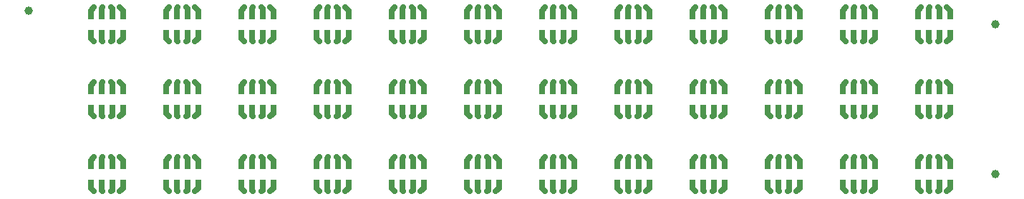
<source format=gbr>
G04 start of page 3 for group 1 idx 1 *
G04 Title: (unknown), bottom *
G04 Creator: pcb 4.0.2 *
G04 CreationDate: Thu Oct 28 15:19:50 2021 UTC *
G04 For: ndholmes *
G04 Format: Gerber/RS-274X *
G04 PCB-Dimensions (mil): 4900.00 1150.00 *
G04 PCB-Coordinate-Origin: lower left *
%MOIN*%
%FSLAX25Y25*%
%LNBOTTOM*%
%ADD20C,0.0130*%
%ADD19C,0.0270*%
%ADD18C,0.0001*%
%ADD17C,0.0394*%
%ADD16C,0.0250*%
G54D16*X198500Y84500D02*X200000Y86000D01*
Y87900D02*Y86000D01*
X194500Y84500D02*X195000Y85000D01*
Y87900D02*Y85000D01*
X190500Y84500D02*X190000Y85000D01*
Y87900D02*Y85000D01*
X229500Y84500D02*X230000Y85000D01*
X225500Y84500D02*X225000Y85000D01*
Y87900D02*Y85000D01*
X221500Y84500D02*X220000Y86000D01*
Y87900D02*Y86000D01*
X186500Y100500D02*X185000Y99000D01*
Y97100D01*
X190500Y100500D02*X190000Y100000D01*
X194500Y100500D02*X195000Y100000D01*
Y97100D01*
X198500Y100500D02*X200000Y99000D01*
Y97100D01*
X190000Y100000D02*Y97100D01*
X233500Y84500D02*X235000Y86000D01*
Y87900D02*Y86000D01*
X230000Y87900D02*Y85000D01*
X256500Y84500D02*X255000Y86000D01*
Y87900D02*Y86000D01*
X221500Y100500D02*X220000Y99000D01*
Y97100D01*
X225500Y100500D02*X225000Y100000D01*
Y97100D01*
X229500Y100500D02*X230000Y100000D01*
Y97100D01*
X233500Y100500D02*X235000Y99000D01*
Y97100D01*
X268500Y84500D02*X270000Y86000D01*
Y87900D02*Y86000D01*
X264500Y84500D02*X265000Y85000D01*
Y87900D02*Y85000D01*
X260500Y84500D02*X260000Y85000D01*
Y87900D02*Y85000D01*
X299500Y84500D02*X300000Y85000D01*
X295500Y84500D02*X295000Y85000D01*
Y87900D02*Y85000D01*
X291500Y84500D02*X290000Y86000D01*
Y87900D02*Y86000D01*
X256500Y100500D02*X255000Y99000D01*
Y97100D01*
X260500Y100500D02*X260000Y100000D01*
X264500Y100500D02*X265000Y100000D01*
Y97100D01*
X268500Y100500D02*X270000Y99000D01*
Y97100D01*
X260000Y100000D02*Y97100D01*
X303500Y84500D02*X305000Y86000D01*
Y87900D02*Y86000D01*
X300000Y87900D02*Y85000D01*
X326500Y84500D02*X325000Y86000D01*
Y87900D02*Y86000D01*
X291500Y100500D02*X290000Y99000D01*
Y97100D01*
X295500Y100500D02*X295000Y100000D01*
Y97100D01*
X299500Y100500D02*X300000Y100000D01*
Y97100D01*
X303500Y100500D02*X305000Y99000D01*
Y97100D01*
X338500Y84500D02*X340000Y86000D01*
Y87900D02*Y86000D01*
X334500Y84500D02*X335000Y85000D01*
Y87900D02*Y85000D01*
X330500Y84500D02*X330000Y85000D01*
Y87900D02*Y85000D01*
X369500Y84500D02*X370000Y85000D01*
X365500Y84500D02*X365000Y85000D01*
Y87900D02*Y85000D01*
X361500Y84500D02*X360000Y86000D01*
Y87900D02*Y86000D01*
X326500Y100500D02*X325000Y99000D01*
Y97100D01*
X330500Y100500D02*X330000Y100000D01*
X334500Y100500D02*X335000Y100000D01*
Y97100D01*
X338500Y100500D02*X340000Y99000D01*
Y97100D01*
X330000Y100000D02*Y97100D01*
X373500Y84500D02*X375000Y86000D01*
Y87900D02*Y86000D01*
X370000Y87900D02*Y85000D01*
X396500Y84500D02*X395000Y86000D01*
Y87900D02*Y86000D01*
X361500Y100500D02*X360000Y99000D01*
Y97100D01*
X365500Y100500D02*X365000Y100000D01*
Y97100D01*
X369500Y100500D02*X370000Y100000D01*
Y97100D01*
X373500Y100500D02*X375000Y99000D01*
Y97100D01*
X408500Y84500D02*X410000Y86000D01*
Y87900D02*Y86000D01*
X404500Y84500D02*X405000Y85000D01*
Y87900D02*Y85000D01*
X400500Y84500D02*X400000Y85000D01*
Y87900D02*Y85000D01*
X443500Y84500D02*X445000Y86000D01*
Y87900D02*Y86000D01*
X439500Y84500D02*X440000Y85000D01*
Y87900D02*Y85000D01*
X435500Y84500D02*X435000Y85000D01*
Y87900D02*Y85000D01*
X431500Y84500D02*X430000Y86000D01*
Y87900D02*Y86000D01*
X396500Y100500D02*X395000Y99000D01*
Y97100D01*
X400500Y100500D02*X400000Y100000D01*
X404500Y100500D02*X405000Y100000D01*
Y97100D01*
X408500Y100500D02*X410000Y99000D01*
Y97100D01*
X400000Y100000D02*Y97100D01*
X431500Y100500D02*X430000Y99000D01*
Y97100D01*
X435500Y100500D02*X435000Y100000D01*
Y97100D01*
X439500Y100500D02*X440000Y100000D01*
Y97100D01*
X443500Y100500D02*X445000Y99000D01*
Y97100D01*
X128500Y84500D02*X130000Y86000D01*
Y87900D02*Y86000D01*
X124500Y84500D02*X125000Y85000D01*
Y87900D02*Y85000D01*
X120500Y84500D02*X120000Y85000D01*
Y87900D02*Y85000D01*
X116500Y84500D02*X115000Y86000D01*
Y87900D02*Y86000D01*
X159500Y84500D02*X160000Y85000D01*
X155500Y84500D02*X155000Y85000D01*
Y87900D02*Y85000D01*
X151500Y84500D02*X150000Y86000D01*
Y87900D02*Y86000D01*
X116500Y100500D02*X115000Y99000D01*
Y97100D01*
X120500Y100500D02*X120000Y100000D01*
X124500Y100500D02*X125000Y100000D01*
Y97100D01*
X128500Y100500D02*X130000Y99000D01*
Y97100D01*
X120000Y100000D02*Y97100D01*
X163500Y84500D02*X165000Y86000D01*
Y87900D02*Y86000D01*
X160000Y87900D02*Y85000D01*
X186500Y84500D02*X185000Y86000D01*
Y87900D02*Y86000D01*
X151500Y100500D02*X150000Y99000D01*
Y97100D01*
X155500Y100500D02*X155000Y100000D01*
Y97100D01*
X159500Y100500D02*X160000Y100000D01*
Y97100D01*
X163500Y100500D02*X165000Y99000D01*
Y97100D01*
X93500Y84500D02*X95000Y86000D01*
Y87900D02*Y86000D01*
X89500Y84500D02*X90000Y85000D01*
Y87900D02*Y85000D01*
X85500Y84500D02*X85000Y85000D01*
Y87900D02*Y85000D01*
X81500Y84500D02*X80000Y86000D01*
Y87900D02*Y86000D01*
X50500Y84500D02*X50000Y85000D01*
Y87900D02*Y85000D01*
X46500Y84500D02*X45000Y86000D01*
Y87900D02*Y86000D01*
X58500Y84500D02*X60000Y86000D01*
Y87900D02*Y86000D01*
X54500Y84500D02*X55000Y85000D01*
Y87900D02*Y85000D01*
X46500Y100500D02*X45000Y99000D01*
Y97100D01*
X50500Y100500D02*X50000Y100000D01*
X54500Y100500D02*X55000Y100000D01*
Y97100D01*
X58500Y100500D02*X60000Y99000D01*
Y97100D01*
X50000Y100000D02*Y97100D01*
X81500Y100500D02*X80000Y99000D01*
Y97100D01*
X85500Y100500D02*X85000Y100000D01*
Y97100D01*
X89500Y100500D02*X90000Y100000D01*
Y97100D01*
X93500Y100500D02*X95000Y99000D01*
Y97100D01*
X58500Y49500D02*X60000Y51000D01*
Y52900D02*Y51000D01*
X54500Y49500D02*X55000Y50000D01*
Y52900D02*Y50000D01*
X50500Y49500D02*X50000Y50000D01*
Y52900D02*Y50000D01*
X46500Y49500D02*X45000Y51000D01*
Y52900D02*Y51000D01*
X46500Y65500D02*X45000Y64000D01*
Y62100D01*
X50500Y65500D02*X50000Y65000D01*
Y62100D01*
X54500Y65500D02*X55000Y65000D01*
Y62100D01*
X58500Y65500D02*X60000Y64000D01*
Y62100D01*
X58500Y14500D02*X60000Y16000D01*
Y17900D02*Y16000D01*
X54500Y14500D02*X55000Y15000D01*
Y17900D02*Y15000D01*
X50500Y14500D02*X50000Y15000D01*
Y17900D02*Y15000D01*
X46500Y14500D02*X45000Y16000D01*
Y17900D02*Y16000D01*
X46500Y30500D02*X45000Y29000D01*
Y27100D01*
X50500Y30500D02*X50000Y30000D01*
X54500Y30500D02*X55000Y30000D01*
Y27100D01*
X58500Y30500D02*X60000Y29000D01*
Y27100D01*
X50000Y30000D02*Y27100D01*
X93500Y49500D02*X95000Y51000D01*
Y52900D02*Y51000D01*
X89500Y49500D02*X90000Y50000D01*
Y52900D02*Y50000D01*
X85500Y49500D02*X85000Y50000D01*
Y52900D02*Y50000D01*
X81500Y49500D02*X80000Y51000D01*
Y52900D02*Y51000D01*
X124500Y49500D02*X125000Y50000D01*
X120500Y49500D02*X120000Y50000D01*
Y52900D02*Y50000D01*
X116500Y49500D02*X115000Y51000D01*
Y52900D02*Y51000D01*
X81500Y65500D02*X80000Y64000D01*
Y62100D01*
X85500Y65500D02*X85000Y65000D01*
X89500Y65500D02*X90000Y65000D01*
Y62100D01*
X93500Y65500D02*X95000Y64000D01*
Y62100D01*
X85000Y65000D02*Y62100D01*
X93500Y14500D02*X95000Y16000D01*
Y17900D02*Y16000D01*
X89500Y14500D02*X90000Y15000D01*
Y17900D02*Y15000D01*
X85500Y14500D02*X85000Y15000D01*
Y17900D02*Y15000D01*
X81500Y14500D02*X80000Y16000D01*
Y17900D02*Y16000D01*
X81500Y30500D02*X80000Y29000D01*
Y27100D01*
X85500Y30500D02*X85000Y30000D01*
Y27100D01*
X89500Y30500D02*X90000Y30000D01*
Y27100D01*
X93500Y30500D02*X95000Y29000D01*
Y27100D01*
X198500Y49500D02*X200000Y51000D01*
Y52900D02*Y51000D01*
X195000Y52900D02*Y50000D01*
X221500Y49500D02*X220000Y51000D01*
Y52900D02*Y51000D01*
X186500Y65500D02*X185000Y64000D01*
Y62100D01*
X190500Y65500D02*X190000Y65000D01*
Y62100D01*
X194500Y65500D02*X195000Y65000D01*
Y62100D01*
X198500Y65500D02*X200000Y64000D01*
Y62100D01*
X233500Y49500D02*X235000Y51000D01*
Y52900D02*Y51000D01*
X229500Y49500D02*X230000Y50000D01*
Y52900D02*Y50000D01*
X225500Y49500D02*X225000Y50000D01*
Y52900D02*Y50000D01*
X264500Y49500D02*X265000Y50000D01*
X260500Y49500D02*X260000Y50000D01*
Y52900D02*Y50000D01*
X256500Y49500D02*X255000Y51000D01*
Y52900D02*Y51000D01*
X221500Y65500D02*X220000Y64000D01*
Y62100D01*
X225500Y65500D02*X225000Y65000D01*
X229500Y65500D02*X230000Y65000D01*
Y62100D01*
X233500Y65500D02*X235000Y64000D01*
Y62100D01*
X225000Y65000D02*Y62100D01*
X268500Y49500D02*X270000Y51000D01*
Y52900D02*Y51000D01*
X265000Y52900D02*Y50000D01*
X291500Y49500D02*X290000Y51000D01*
Y52900D02*Y51000D01*
X256500Y65500D02*X255000Y64000D01*
Y62100D01*
X260500Y65500D02*X260000Y65000D01*
Y62100D01*
X264500Y65500D02*X265000Y65000D01*
Y62100D01*
X268500Y65500D02*X270000Y64000D01*
Y62100D01*
X303500Y49500D02*X305000Y51000D01*
Y52900D02*Y51000D01*
X299500Y49500D02*X300000Y50000D01*
Y52900D02*Y50000D01*
X295500Y49500D02*X295000Y50000D01*
Y52900D02*Y50000D01*
X334500Y49500D02*X335000Y50000D01*
X330500Y49500D02*X330000Y50000D01*
Y52900D02*Y50000D01*
X326500Y49500D02*X325000Y51000D01*
Y52900D02*Y51000D01*
X291500Y65500D02*X290000Y64000D01*
Y62100D01*
X295500Y65500D02*X295000Y65000D01*
X299500Y65500D02*X300000Y65000D01*
Y62100D01*
X303500Y65500D02*X305000Y64000D01*
Y62100D01*
X295000Y65000D02*Y62100D01*
X338500Y49500D02*X340000Y51000D01*
Y52900D02*Y51000D01*
X335000Y52900D02*Y50000D01*
X361500Y49500D02*X360000Y51000D01*
Y52900D02*Y51000D01*
X326500Y65500D02*X325000Y64000D01*
Y62100D01*
X330500Y65500D02*X330000Y65000D01*
Y62100D01*
X334500Y65500D02*X335000Y65000D01*
Y62100D01*
X338500Y65500D02*X340000Y64000D01*
Y62100D01*
X373500Y49500D02*X375000Y51000D01*
Y52900D02*Y51000D01*
X369500Y49500D02*X370000Y50000D01*
Y52900D02*Y50000D01*
X365500Y49500D02*X365000Y50000D01*
Y52900D02*Y50000D01*
X404500Y49500D02*X405000Y50000D01*
X400500Y49500D02*X400000Y50000D01*
Y52900D02*Y50000D01*
X396500Y49500D02*X395000Y51000D01*
Y52900D02*Y51000D01*
X361500Y65500D02*X360000Y64000D01*
Y62100D01*
X365500Y65500D02*X365000Y65000D01*
X369500Y65500D02*X370000Y65000D01*
Y62100D01*
X373500Y65500D02*X375000Y64000D01*
Y62100D01*
X365000Y65000D02*Y62100D01*
X408500Y49500D02*X410000Y51000D01*
Y52900D02*Y51000D01*
X405000Y52900D02*Y50000D01*
X443500Y49500D02*X445000Y51000D01*
Y52900D02*Y51000D01*
X439500Y49500D02*X440000Y50000D01*
Y52900D02*Y50000D01*
X435500Y49500D02*X435000Y50000D01*
Y52900D02*Y50000D01*
X431500Y49500D02*X430000Y51000D01*
Y52900D02*Y51000D01*
X396500Y65500D02*X395000Y64000D01*
Y62100D01*
X400500Y65500D02*X400000Y65000D01*
Y62100D01*
X404500Y65500D02*X405000Y65000D01*
Y62100D01*
X408500Y65500D02*X410000Y64000D01*
Y62100D01*
X431500Y65500D02*X430000Y64000D01*
Y62100D01*
X435500Y65500D02*X435000Y65000D01*
X439500Y65500D02*X440000Y65000D01*
Y62100D01*
X443500Y65500D02*X445000Y64000D01*
Y62100D01*
X435000Y65000D02*Y62100D01*
X128500Y49500D02*X130000Y51000D01*
Y52900D02*Y51000D01*
X125000Y52900D02*Y50000D01*
X151500Y49500D02*X150000Y51000D01*
Y52900D02*Y51000D01*
X116500Y65500D02*X115000Y64000D01*
Y62100D01*
X120500Y65500D02*X120000Y65000D01*
Y62100D01*
X124500Y65500D02*X125000Y65000D01*
Y62100D01*
X128500Y65500D02*X130000Y64000D01*
Y62100D01*
X163500Y49500D02*X165000Y51000D01*
Y52900D02*Y51000D01*
X159500Y49500D02*X160000Y50000D01*
Y52900D02*Y50000D01*
X155500Y49500D02*X155000Y50000D01*
Y52900D02*Y50000D01*
X194500Y49500D02*X195000Y50000D01*
X190500Y49500D02*X190000Y50000D01*
Y52900D02*Y50000D01*
X186500Y49500D02*X185000Y51000D01*
Y52900D02*Y51000D01*
X151500Y65500D02*X150000Y64000D01*
Y62100D01*
X155500Y65500D02*X155000Y65000D01*
X159500Y65500D02*X160000Y65000D01*
Y62100D01*
X163500Y65500D02*X165000Y64000D01*
Y62100D01*
X155000Y65000D02*Y62100D01*
X128500Y14500D02*X130000Y16000D01*
Y17900D02*Y16000D01*
X124500Y14500D02*X125000Y15000D01*
Y17900D02*Y15000D01*
X120500Y14500D02*X120000Y15000D01*
Y17900D02*Y15000D01*
X116500Y14500D02*X115000Y16000D01*
Y17900D02*Y16000D01*
X159500Y14500D02*X160000Y15000D01*
X155500Y14500D02*X155000Y15000D01*
Y17900D02*Y15000D01*
X151500Y14500D02*X150000Y16000D01*
Y17900D02*Y16000D01*
X116500Y30500D02*X115000Y29000D01*
Y27100D01*
X120500Y30500D02*X120000Y30000D01*
X124500Y30500D02*X125000Y30000D01*
Y27100D01*
X128500Y30500D02*X130000Y29000D01*
Y27100D01*
X120000Y30000D02*Y27100D01*
X163500Y14500D02*X165000Y16000D01*
Y17900D02*Y16000D01*
X160000Y17900D02*Y15000D01*
X186500Y14500D02*X185000Y16000D01*
Y17900D02*Y16000D01*
X151500Y30500D02*X150000Y29000D01*
Y27100D01*
X155500Y30500D02*X155000Y30000D01*
Y27100D01*
X159500Y30500D02*X160000Y30000D01*
Y27100D01*
X163500Y30500D02*X165000Y29000D01*
Y27100D01*
X198500Y14500D02*X200000Y16000D01*
Y17900D02*Y16000D01*
X194500Y14500D02*X195000Y15000D01*
Y17900D02*Y15000D01*
X190500Y14500D02*X190000Y15000D01*
Y17900D02*Y15000D01*
X229500Y14500D02*X230000Y15000D01*
X225500Y14500D02*X225000Y15000D01*
Y17900D02*Y15000D01*
X221500Y14500D02*X220000Y16000D01*
Y17900D02*Y16000D01*
X186500Y30500D02*X185000Y29000D01*
Y27100D01*
X190500Y30500D02*X190000Y30000D01*
X194500Y30500D02*X195000Y30000D01*
Y27100D01*
X198500Y30500D02*X200000Y29000D01*
Y27100D01*
X190000Y30000D02*Y27100D01*
X233500Y14500D02*X235000Y16000D01*
Y17900D02*Y16000D01*
X230000Y17900D02*Y15000D01*
X256500Y14500D02*X255000Y16000D01*
Y17900D02*Y16000D01*
X221500Y30500D02*X220000Y29000D01*
Y27100D01*
X225500Y30500D02*X225000Y30000D01*
Y27100D01*
X229500Y30500D02*X230000Y30000D01*
Y27100D01*
X233500Y30500D02*X235000Y29000D01*
Y27100D01*
X268500Y14500D02*X270000Y16000D01*
Y17900D02*Y16000D01*
X264500Y14500D02*X265000Y15000D01*
Y17900D02*Y15000D01*
X260500Y14500D02*X260000Y15000D01*
Y17900D02*Y15000D01*
X299500Y14500D02*X300000Y15000D01*
X295500Y14500D02*X295000Y15000D01*
Y17900D02*Y15000D01*
X291500Y14500D02*X290000Y16000D01*
Y17900D02*Y16000D01*
X256500Y30500D02*X255000Y29000D01*
Y27100D01*
X260500Y30500D02*X260000Y30000D01*
X264500Y30500D02*X265000Y30000D01*
Y27100D01*
X268500Y30500D02*X270000Y29000D01*
Y27100D01*
X260000Y30000D02*Y27100D01*
X303500Y14500D02*X305000Y16000D01*
Y17900D02*Y16000D01*
X300000Y17900D02*Y15000D01*
X326500Y14500D02*X325000Y16000D01*
Y17900D02*Y16000D01*
X291500Y30500D02*X290000Y29000D01*
Y27100D01*
X295500Y30500D02*X295000Y30000D01*
Y27100D01*
X299500Y30500D02*X300000Y30000D01*
Y27100D01*
X303500Y30500D02*X305000Y29000D01*
Y27100D01*
X338500Y14500D02*X340000Y16000D01*
Y17900D02*Y16000D01*
X334500Y14500D02*X335000Y15000D01*
Y17900D02*Y15000D01*
X330500Y14500D02*X330000Y15000D01*
Y17900D02*Y15000D01*
X369500Y14500D02*X370000Y15000D01*
X365500Y14500D02*X365000Y15000D01*
Y17900D02*Y15000D01*
X361500Y14500D02*X360000Y16000D01*
Y17900D02*Y16000D01*
X326500Y30500D02*X325000Y29000D01*
Y27100D01*
X330500Y30500D02*X330000Y30000D01*
X334500Y30500D02*X335000Y30000D01*
Y27100D01*
X338500Y30500D02*X340000Y29000D01*
Y27100D01*
X330000Y30000D02*Y27100D01*
X373500Y14500D02*X375000Y16000D01*
Y17900D02*Y16000D01*
X370000Y17900D02*Y15000D01*
X396500Y14500D02*X395000Y16000D01*
Y17900D02*Y16000D01*
X361500Y30500D02*X360000Y29000D01*
Y27100D01*
X365500Y30500D02*X365000Y30000D01*
Y27100D01*
X369500Y30500D02*X370000Y30000D01*
Y27100D01*
X373500Y30500D02*X375000Y29000D01*
Y27100D01*
X408500Y14500D02*X410000Y16000D01*
Y17900D02*Y16000D01*
X404500Y14500D02*X405000Y15000D01*
Y17900D02*Y15000D01*
X400500Y14500D02*X400000Y15000D01*
Y17900D02*Y15000D01*
X443500Y14500D02*X445000Y16000D01*
Y17900D02*Y16000D01*
X439500Y14500D02*X440000Y15000D01*
Y17900D02*Y15000D01*
X435500Y14500D02*X435000Y15000D01*
Y17900D02*Y15000D01*
X431500Y14500D02*X430000Y16000D01*
Y17900D02*Y16000D01*
X396500Y30500D02*X395000Y29000D01*
Y27100D01*
X400500Y30500D02*X400000Y30000D01*
X404500Y30500D02*X405000Y30000D01*
Y27100D01*
X408500Y30500D02*X410000Y29000D01*
Y27100D01*
X400000Y30000D02*Y27100D01*
X431500Y30500D02*X430000Y29000D01*
Y27100D01*
X435500Y30500D02*X435000Y30000D01*
Y27100D01*
X439500Y30500D02*X440000Y30000D01*
Y27100D01*
X443500Y30500D02*X445000Y29000D01*
Y27100D01*
G54D17*X16000Y99000D03*
X466000Y22500D03*
Y92500D03*
G54D18*G36*
X186418Y99118D02*X183582D01*
Y95082D01*
X186418D01*
Y99118D01*
G37*
G36*
X191418D02*X188582D01*
Y95082D01*
X191418D01*
Y99118D01*
G37*
G36*
X196418D02*X193582D01*
Y95082D01*
X196418D01*
Y99118D01*
G37*
G36*
X201418Y89918D02*X198582D01*
Y85882D01*
X201418D01*
Y89918D01*
G37*
G36*
Y99118D02*X198582D01*
Y95082D01*
X201418D01*
Y99118D01*
G37*
G36*
X196418Y89918D02*X193582D01*
Y85882D01*
X196418D01*
Y89918D01*
G37*
G36*
X191418D02*X188582D01*
Y85882D01*
X191418D01*
Y89918D01*
G37*
G36*
X186418D02*X183582D01*
Y85882D01*
X186418D01*
Y89918D01*
G37*
G36*
X221418Y99118D02*X218582D01*
Y95082D01*
X221418D01*
Y99118D01*
G37*
G36*
X226418D02*X223582D01*
Y95082D01*
X226418D01*
Y99118D01*
G37*
G36*
Y89918D02*X223582D01*
Y85882D01*
X226418D01*
Y89918D01*
G37*
G36*
X221418D02*X218582D01*
Y85882D01*
X221418D01*
Y89918D01*
G37*
G36*
X236418D02*X233582D01*
Y85882D01*
X236418D01*
Y89918D01*
G37*
G36*
X231418D02*X228582D01*
Y85882D01*
X231418D01*
Y89918D01*
G37*
G36*
Y99118D02*X228582D01*
Y95082D01*
X231418D01*
Y99118D01*
G37*
G36*
X236418D02*X233582D01*
Y95082D01*
X236418D01*
Y99118D01*
G37*
G36*
X256418D02*X253582D01*
Y95082D01*
X256418D01*
Y99118D01*
G37*
G36*
X261418D02*X258582D01*
Y95082D01*
X261418D01*
Y99118D01*
G37*
G36*
X266418D02*X263582D01*
Y95082D01*
X266418D01*
Y99118D01*
G37*
G36*
X271418Y89918D02*X268582D01*
Y85882D01*
X271418D01*
Y89918D01*
G37*
G36*
Y99118D02*X268582D01*
Y95082D01*
X271418D01*
Y99118D01*
G37*
G36*
X266418Y89918D02*X263582D01*
Y85882D01*
X266418D01*
Y89918D01*
G37*
G36*
X261418D02*X258582D01*
Y85882D01*
X261418D01*
Y89918D01*
G37*
G36*
X256418D02*X253582D01*
Y85882D01*
X256418D01*
Y89918D01*
G37*
G36*
X291418Y99118D02*X288582D01*
Y95082D01*
X291418D01*
Y99118D01*
G37*
G36*
X296418D02*X293582D01*
Y95082D01*
X296418D01*
Y99118D01*
G37*
G36*
Y89918D02*X293582D01*
Y85882D01*
X296418D01*
Y89918D01*
G37*
G36*
X291418D02*X288582D01*
Y85882D01*
X291418D01*
Y89918D01*
G37*
G36*
X306418D02*X303582D01*
Y85882D01*
X306418D01*
Y89918D01*
G37*
G36*
X301418D02*X298582D01*
Y85882D01*
X301418D01*
Y89918D01*
G37*
G36*
Y99118D02*X298582D01*
Y95082D01*
X301418D01*
Y99118D01*
G37*
G36*
X306418D02*X303582D01*
Y95082D01*
X306418D01*
Y99118D01*
G37*
G36*
X326418D02*X323582D01*
Y95082D01*
X326418D01*
Y99118D01*
G37*
G36*
X331418D02*X328582D01*
Y95082D01*
X331418D01*
Y99118D01*
G37*
G36*
X336418D02*X333582D01*
Y95082D01*
X336418D01*
Y99118D01*
G37*
G36*
X341418Y89918D02*X338582D01*
Y85882D01*
X341418D01*
Y89918D01*
G37*
G36*
Y99118D02*X338582D01*
Y95082D01*
X341418D01*
Y99118D01*
G37*
G36*
X336418Y89918D02*X333582D01*
Y85882D01*
X336418D01*
Y89918D01*
G37*
G36*
X331418D02*X328582D01*
Y85882D01*
X331418D01*
Y89918D01*
G37*
G36*
X326418D02*X323582D01*
Y85882D01*
X326418D01*
Y89918D01*
G37*
G36*
X361418Y99118D02*X358582D01*
Y95082D01*
X361418D01*
Y99118D01*
G37*
G36*
X366418D02*X363582D01*
Y95082D01*
X366418D01*
Y99118D01*
G37*
G36*
Y89918D02*X363582D01*
Y85882D01*
X366418D01*
Y89918D01*
G37*
G36*
X361418D02*X358582D01*
Y85882D01*
X361418D01*
Y89918D01*
G37*
G36*
X376418D02*X373582D01*
Y85882D01*
X376418D01*
Y89918D01*
G37*
G36*
X371418D02*X368582D01*
Y85882D01*
X371418D01*
Y89918D01*
G37*
G36*
Y99118D02*X368582D01*
Y95082D01*
X371418D01*
Y99118D01*
G37*
G36*
X376418D02*X373582D01*
Y95082D01*
X376418D01*
Y99118D01*
G37*
G36*
X396418D02*X393582D01*
Y95082D01*
X396418D01*
Y99118D01*
G37*
G36*
X401418D02*X398582D01*
Y95082D01*
X401418D01*
Y99118D01*
G37*
G36*
X406418D02*X403582D01*
Y95082D01*
X406418D01*
Y99118D01*
G37*
G36*
X411418Y89918D02*X408582D01*
Y85882D01*
X411418D01*
Y89918D01*
G37*
G36*
Y99118D02*X408582D01*
Y95082D01*
X411418D01*
Y99118D01*
G37*
G36*
X406418Y89918D02*X403582D01*
Y85882D01*
X406418D01*
Y89918D01*
G37*
G36*
X401418D02*X398582D01*
Y85882D01*
X401418D01*
Y89918D01*
G37*
G36*
X396418D02*X393582D01*
Y85882D01*
X396418D01*
Y89918D01*
G37*
G36*
X431418Y99118D02*X428582D01*
Y95082D01*
X431418D01*
Y99118D01*
G37*
G36*
X436418D02*X433582D01*
Y95082D01*
X436418D01*
Y99118D01*
G37*
G36*
Y89918D02*X433582D01*
Y85882D01*
X436418D01*
Y89918D01*
G37*
G36*
X431418D02*X428582D01*
Y85882D01*
X431418D01*
Y89918D01*
G37*
G36*
X446418D02*X443582D01*
Y85882D01*
X446418D01*
Y89918D01*
G37*
G36*
X441418D02*X438582D01*
Y85882D01*
X441418D01*
Y89918D01*
G37*
G36*
Y99118D02*X438582D01*
Y95082D01*
X441418D01*
Y99118D01*
G37*
G36*
X446418D02*X443582D01*
Y95082D01*
X446418D01*
Y99118D01*
G37*
G36*
X116418D02*X113582D01*
Y95082D01*
X116418D01*
Y99118D01*
G37*
G36*
X121418D02*X118582D01*
Y95082D01*
X121418D01*
Y99118D01*
G37*
G36*
X126418D02*X123582D01*
Y95082D01*
X126418D01*
Y99118D01*
G37*
G36*
X131418Y89918D02*X128582D01*
Y85882D01*
X131418D01*
Y89918D01*
G37*
G36*
Y99118D02*X128582D01*
Y95082D01*
X131418D01*
Y99118D01*
G37*
G36*
X126418Y89918D02*X123582D01*
Y85882D01*
X126418D01*
Y89918D01*
G37*
G36*
X121418D02*X118582D01*
Y85882D01*
X121418D01*
Y89918D01*
G37*
G36*
X116418D02*X113582D01*
Y85882D01*
X116418D01*
Y89918D01*
G37*
G36*
X151418Y99118D02*X148582D01*
Y95082D01*
X151418D01*
Y99118D01*
G37*
G36*
X156418D02*X153582D01*
Y95082D01*
X156418D01*
Y99118D01*
G37*
G36*
Y89918D02*X153582D01*
Y85882D01*
X156418D01*
Y89918D01*
G37*
G36*
X151418D02*X148582D01*
Y85882D01*
X151418D01*
Y89918D01*
G37*
G36*
X166418D02*X163582D01*
Y85882D01*
X166418D01*
Y89918D01*
G37*
G36*
X161418D02*X158582D01*
Y85882D01*
X161418D01*
Y89918D01*
G37*
G36*
Y99118D02*X158582D01*
Y95082D01*
X161418D01*
Y99118D01*
G37*
G36*
X166418D02*X163582D01*
Y95082D01*
X166418D01*
Y99118D01*
G37*
G36*
X46418D02*X43582D01*
Y95082D01*
X46418D01*
Y99118D01*
G37*
G36*
X51417D02*X48582D01*
Y95082D01*
X51417D01*
Y99118D01*
G37*
G36*
X56417D02*X53583D01*
Y95082D01*
X56417D01*
Y99118D01*
G37*
G36*
X61417D02*X58583D01*
Y95082D01*
X61417D01*
Y99118D01*
G37*
G36*
Y89918D02*X58583D01*
Y85882D01*
X61417D01*
Y89918D01*
G37*
G36*
X56417D02*X53583D01*
Y85882D01*
X56417D01*
Y89918D01*
G37*
G36*
X51417D02*X48582D01*
Y85882D01*
X51417D01*
Y89918D01*
G37*
G36*
X46418D02*X43582D01*
Y85882D01*
X46418D01*
Y89918D01*
G37*
G36*
Y64117D02*X43582D01*
Y60083D01*
X46418D01*
Y64117D01*
G37*
G36*
X51417D02*X48582D01*
Y60083D01*
X51417D01*
Y64117D01*
G37*
G36*
Y54917D02*X48582D01*
Y50882D01*
X51417D01*
Y54917D01*
G37*
G36*
X46418D02*X43582D01*
Y50882D01*
X46418D01*
Y54917D01*
G37*
G36*
X61417D02*X58583D01*
Y50882D01*
X61417D01*
Y54917D01*
G37*
G36*
X56417D02*X53583D01*
Y50882D01*
X56417D01*
Y54917D01*
G37*
G36*
Y64117D02*X53583D01*
Y60083D01*
X56417D01*
Y64117D01*
G37*
G36*
X61417D02*X58583D01*
Y60083D01*
X61417D01*
Y64117D01*
G37*
G36*
X46418Y19918D02*X43582D01*
Y15882D01*
X46418D01*
Y19918D01*
G37*
G36*
Y29118D02*X43582D01*
Y25082D01*
X46418D01*
Y29118D01*
G37*
G36*
X51417Y19918D02*X48582D01*
Y15882D01*
X51417D01*
Y19918D01*
G37*
G36*
Y29118D02*X48582D01*
Y25082D01*
X51417D01*
Y29118D01*
G37*
G36*
X61417Y19918D02*X58583D01*
Y15882D01*
X61417D01*
Y19918D01*
G37*
G36*
X56417D02*X53583D01*
Y15882D01*
X56417D01*
Y19918D01*
G37*
G36*
Y29118D02*X53583D01*
Y25082D01*
X56417D01*
Y29118D01*
G37*
G36*
X61417D02*X58583D01*
Y25082D01*
X61417D01*
Y29118D01*
G37*
G36*
X81418Y99118D02*X78582D01*
Y95082D01*
X81418D01*
Y99118D01*
G37*
G36*
X86418D02*X83582D01*
Y95082D01*
X86418D01*
Y99118D01*
G37*
G36*
Y89918D02*X83582D01*
Y85882D01*
X86418D01*
Y89918D01*
G37*
G36*
X81418D02*X78582D01*
Y85882D01*
X81418D01*
Y89918D01*
G37*
G36*
X96418D02*X93582D01*
Y85882D01*
X96418D01*
Y89918D01*
G37*
G36*
X91418D02*X88582D01*
Y85882D01*
X91418D01*
Y89918D01*
G37*
G36*
Y99118D02*X88582D01*
Y95082D01*
X91418D01*
Y99118D01*
G37*
G36*
X96418D02*X93582D01*
Y95082D01*
X96418D01*
Y99118D01*
G37*
G36*
X81418Y64117D02*X78582D01*
Y60083D01*
X81418D01*
Y64117D01*
G37*
G36*
X86418D02*X83582D01*
Y60083D01*
X86418D01*
Y64117D01*
G37*
G36*
X91418D02*X88582D01*
Y60083D01*
X91418D01*
Y64117D01*
G37*
G36*
X96418Y54917D02*X93582D01*
Y50882D01*
X96418D01*
Y54917D01*
G37*
G36*
Y64117D02*X93582D01*
Y60083D01*
X96418D01*
Y64117D01*
G37*
G36*
X91418Y54917D02*X88582D01*
Y50882D01*
X91418D01*
Y54917D01*
G37*
G36*
X86418D02*X83582D01*
Y50882D01*
X86418D01*
Y54917D01*
G37*
G36*
X81418D02*X78582D01*
Y50882D01*
X81418D01*
Y54917D01*
G37*
G36*
Y29118D02*X78582D01*
Y25082D01*
X81418D01*
Y29118D01*
G37*
G36*
X86418D02*X83582D01*
Y25082D01*
X86418D01*
Y29118D01*
G37*
G36*
Y19918D02*X83582D01*
Y15882D01*
X86418D01*
Y19918D01*
G37*
G36*
X81418D02*X78582D01*
Y15882D01*
X81418D01*
Y19918D01*
G37*
G36*
X96418D02*X93582D01*
Y15882D01*
X96418D01*
Y19918D01*
G37*
G36*
X91418D02*X88582D01*
Y15882D01*
X91418D01*
Y19918D01*
G37*
G36*
Y29118D02*X88582D01*
Y25082D01*
X91418D01*
Y29118D01*
G37*
G36*
X96418D02*X93582D01*
Y25082D01*
X96418D01*
Y29118D01*
G37*
G36*
X116418Y64117D02*X113582D01*
Y60083D01*
X116418D01*
Y64117D01*
G37*
G36*
X121418D02*X118582D01*
Y60083D01*
X121418D01*
Y64117D01*
G37*
G36*
Y54917D02*X118582D01*
Y50882D01*
X121418D01*
Y54917D01*
G37*
G36*
X116418D02*X113582D01*
Y50882D01*
X116418D01*
Y54917D01*
G37*
G36*
X131418D02*X128582D01*
Y50882D01*
X131418D01*
Y54917D01*
G37*
G36*
X126418D02*X123582D01*
Y50882D01*
X126418D01*
Y54917D01*
G37*
G36*
Y64117D02*X123582D01*
Y60083D01*
X126418D01*
Y64117D01*
G37*
G36*
X131418D02*X128582D01*
Y60083D01*
X131418D01*
Y64117D01*
G37*
G36*
X116418Y19918D02*X113582D01*
Y15882D01*
X116418D01*
Y19918D01*
G37*
G36*
Y29118D02*X113582D01*
Y25082D01*
X116418D01*
Y29118D01*
G37*
G36*
X121418Y19918D02*X118582D01*
Y15882D01*
X121418D01*
Y19918D01*
G37*
G36*
Y29118D02*X118582D01*
Y25082D01*
X121418D01*
Y29118D01*
G37*
G36*
X131418Y19918D02*X128582D01*
Y15882D01*
X131418D01*
Y19918D01*
G37*
G36*
X126418D02*X123582D01*
Y15882D01*
X126418D01*
Y19918D01*
G37*
G36*
Y29118D02*X123582D01*
Y25082D01*
X126418D01*
Y29118D01*
G37*
G36*
X131418D02*X128582D01*
Y25082D01*
X131418D01*
Y29118D01*
G37*
G36*
X151418Y64117D02*X148582D01*
Y60083D01*
X151418D01*
Y64117D01*
G37*
G36*
X156418D02*X153582D01*
Y60083D01*
X156418D01*
Y64117D01*
G37*
G36*
X161418D02*X158582D01*
Y60083D01*
X161418D01*
Y64117D01*
G37*
G36*
X166418Y54917D02*X163582D01*
Y50882D01*
X166418D01*
Y54917D01*
G37*
G36*
Y64117D02*X163582D01*
Y60083D01*
X166418D01*
Y64117D01*
G37*
G36*
X161418Y54917D02*X158582D01*
Y50882D01*
X161418D01*
Y54917D01*
G37*
G36*
X156418D02*X153582D01*
Y50882D01*
X156418D01*
Y54917D01*
G37*
G36*
X151418D02*X148582D01*
Y50882D01*
X151418D01*
Y54917D01*
G37*
G36*
Y29118D02*X148582D01*
Y25082D01*
X151418D01*
Y29118D01*
G37*
G36*
X156418D02*X153582D01*
Y25082D01*
X156418D01*
Y29118D01*
G37*
G36*
Y19918D02*X153582D01*
Y15882D01*
X156418D01*
Y19918D01*
G37*
G36*
X151418D02*X148582D01*
Y15882D01*
X151418D01*
Y19918D01*
G37*
G36*
X166418D02*X163582D01*
Y15882D01*
X166418D01*
Y19918D01*
G37*
G36*
X161418D02*X158582D01*
Y15882D01*
X161418D01*
Y19918D01*
G37*
G36*
Y29118D02*X158582D01*
Y25082D01*
X161418D01*
Y29118D01*
G37*
G36*
X166418D02*X163582D01*
Y25082D01*
X166418D01*
Y29118D01*
G37*
G36*
X186418D02*X183582D01*
Y25082D01*
X186418D01*
Y29118D01*
G37*
G36*
X191418D02*X188582D01*
Y25082D01*
X191418D01*
Y29118D01*
G37*
G36*
X196418D02*X193582D01*
Y25082D01*
X196418D01*
Y29118D01*
G37*
G36*
X201418Y19918D02*X198582D01*
Y15882D01*
X201418D01*
Y19918D01*
G37*
G36*
Y29118D02*X198582D01*
Y25082D01*
X201418D01*
Y29118D01*
G37*
G36*
X196418Y19918D02*X193582D01*
Y15882D01*
X196418D01*
Y19918D01*
G37*
G36*
X191418D02*X188582D01*
Y15882D01*
X191418D01*
Y19918D01*
G37*
G36*
X186418D02*X183582D01*
Y15882D01*
X186418D01*
Y19918D01*
G37*
G36*
Y64117D02*X183582D01*
Y60083D01*
X186418D01*
Y64117D01*
G37*
G36*
X191418D02*X188582D01*
Y60083D01*
X191418D01*
Y64117D01*
G37*
G36*
Y54917D02*X188582D01*
Y50882D01*
X191418D01*
Y54917D01*
G37*
G36*
X186418D02*X183582D01*
Y50882D01*
X186418D01*
Y54917D01*
G37*
G36*
X201418D02*X198582D01*
Y50882D01*
X201418D01*
Y54917D01*
G37*
G36*
X196418D02*X193582D01*
Y50882D01*
X196418D01*
Y54917D01*
G37*
G36*
Y64117D02*X193582D01*
Y60083D01*
X196418D01*
Y64117D01*
G37*
G36*
X201418D02*X198582D01*
Y60083D01*
X201418D01*
Y64117D01*
G37*
G36*
X221418D02*X218582D01*
Y60083D01*
X221418D01*
Y64117D01*
G37*
G36*
X226418D02*X223582D01*
Y60083D01*
X226418D01*
Y64117D01*
G37*
G36*
X231418D02*X228582D01*
Y60083D01*
X231418D01*
Y64117D01*
G37*
G36*
X236418Y54917D02*X233582D01*
Y50882D01*
X236418D01*
Y54917D01*
G37*
G36*
Y64117D02*X233582D01*
Y60083D01*
X236418D01*
Y64117D01*
G37*
G36*
X231418Y54917D02*X228582D01*
Y50882D01*
X231418D01*
Y54917D01*
G37*
G36*
X226418D02*X223582D01*
Y50882D01*
X226418D01*
Y54917D01*
G37*
G36*
X221418D02*X218582D01*
Y50882D01*
X221418D01*
Y54917D01*
G37*
G36*
X256418Y64117D02*X253582D01*
Y60083D01*
X256418D01*
Y64117D01*
G37*
G36*
X261418D02*X258582D01*
Y60083D01*
X261418D01*
Y64117D01*
G37*
G36*
Y54917D02*X258582D01*
Y50882D01*
X261418D01*
Y54917D01*
G37*
G36*
X256418D02*X253582D01*
Y50882D01*
X256418D01*
Y54917D01*
G37*
G36*
X271418D02*X268582D01*
Y50882D01*
X271418D01*
Y54917D01*
G37*
G36*
X266418D02*X263582D01*
Y50882D01*
X266418D01*
Y54917D01*
G37*
G36*
Y64117D02*X263582D01*
Y60083D01*
X266418D01*
Y64117D01*
G37*
G36*
X271418D02*X268582D01*
Y60083D01*
X271418D01*
Y64117D01*
G37*
G36*
X291418D02*X288582D01*
Y60083D01*
X291418D01*
Y64117D01*
G37*
G36*
X296418D02*X293582D01*
Y60083D01*
X296418D01*
Y64117D01*
G37*
G36*
X301418D02*X298582D01*
Y60083D01*
X301418D01*
Y64117D01*
G37*
G36*
X306418Y54917D02*X303582D01*
Y50882D01*
X306418D01*
Y54917D01*
G37*
G36*
Y64117D02*X303582D01*
Y60083D01*
X306418D01*
Y64117D01*
G37*
G36*
X301418Y54917D02*X298582D01*
Y50882D01*
X301418D01*
Y54917D01*
G37*
G36*
X296418D02*X293582D01*
Y50882D01*
X296418D01*
Y54917D01*
G37*
G36*
X291418D02*X288582D01*
Y50882D01*
X291418D01*
Y54917D01*
G37*
G36*
X326418Y64117D02*X323582D01*
Y60083D01*
X326418D01*
Y64117D01*
G37*
G36*
X331418D02*X328582D01*
Y60083D01*
X331418D01*
Y64117D01*
G37*
G36*
Y54917D02*X328582D01*
Y50882D01*
X331418D01*
Y54917D01*
G37*
G36*
X326418D02*X323582D01*
Y50882D01*
X326418D01*
Y54917D01*
G37*
G36*
X341418D02*X338582D01*
Y50882D01*
X341418D01*
Y54917D01*
G37*
G36*
X336418D02*X333582D01*
Y50882D01*
X336418D01*
Y54917D01*
G37*
G36*
Y64117D02*X333582D01*
Y60083D01*
X336418D01*
Y64117D01*
G37*
G36*
X341418D02*X338582D01*
Y60083D01*
X341418D01*
Y64117D01*
G37*
G36*
X361418D02*X358582D01*
Y60083D01*
X361418D01*
Y64117D01*
G37*
G36*
X366418D02*X363582D01*
Y60083D01*
X366418D01*
Y64117D01*
G37*
G36*
X371418D02*X368582D01*
Y60083D01*
X371418D01*
Y64117D01*
G37*
G36*
X376418Y54917D02*X373582D01*
Y50882D01*
X376418D01*
Y54917D01*
G37*
G36*
Y64117D02*X373582D01*
Y60083D01*
X376418D01*
Y64117D01*
G37*
G36*
X371418Y54917D02*X368582D01*
Y50882D01*
X371418D01*
Y54917D01*
G37*
G36*
X366418D02*X363582D01*
Y50882D01*
X366418D01*
Y54917D01*
G37*
G36*
X361418D02*X358582D01*
Y50882D01*
X361418D01*
Y54917D01*
G37*
G36*
X396418Y64117D02*X393582D01*
Y60083D01*
X396418D01*
Y64117D01*
G37*
G36*
X401418D02*X398582D01*
Y60083D01*
X401418D01*
Y64117D01*
G37*
G36*
Y54917D02*X398582D01*
Y50882D01*
X401418D01*
Y54917D01*
G37*
G36*
X396418D02*X393582D01*
Y50882D01*
X396418D01*
Y54917D01*
G37*
G36*
X411418D02*X408582D01*
Y50882D01*
X411418D01*
Y54917D01*
G37*
G36*
X406418D02*X403582D01*
Y50882D01*
X406418D01*
Y54917D01*
G37*
G36*
Y64117D02*X403582D01*
Y60083D01*
X406418D01*
Y64117D01*
G37*
G36*
X411418D02*X408582D01*
Y60083D01*
X411418D01*
Y64117D01*
G37*
G36*
X431418D02*X428582D01*
Y60083D01*
X431418D01*
Y64117D01*
G37*
G36*
X436418D02*X433582D01*
Y60083D01*
X436418D01*
Y64117D01*
G37*
G36*
X441418D02*X438582D01*
Y60083D01*
X441418D01*
Y64117D01*
G37*
G36*
X446418Y54917D02*X443582D01*
Y50882D01*
X446418D01*
Y54917D01*
G37*
G36*
Y64117D02*X443582D01*
Y60083D01*
X446418D01*
Y64117D01*
G37*
G36*
X441418Y54917D02*X438582D01*
Y50882D01*
X441418D01*
Y54917D01*
G37*
G36*
X436418D02*X433582D01*
Y50882D01*
X436418D01*
Y54917D01*
G37*
G36*
X431418D02*X428582D01*
Y50882D01*
X431418D01*
Y54917D01*
G37*
G36*
X221418Y29118D02*X218582D01*
Y25082D01*
X221418D01*
Y29118D01*
G37*
G36*
X226418D02*X223582D01*
Y25082D01*
X226418D01*
Y29118D01*
G37*
G36*
Y19918D02*X223582D01*
Y15882D01*
X226418D01*
Y19918D01*
G37*
G36*
X221418D02*X218582D01*
Y15882D01*
X221418D01*
Y19918D01*
G37*
G36*
X236418D02*X233582D01*
Y15882D01*
X236418D01*
Y19918D01*
G37*
G36*
X231418D02*X228582D01*
Y15882D01*
X231418D01*
Y19918D01*
G37*
G36*
Y29118D02*X228582D01*
Y25082D01*
X231418D01*
Y29118D01*
G37*
G36*
X236418D02*X233582D01*
Y25082D01*
X236418D01*
Y29118D01*
G37*
G36*
X256418D02*X253582D01*
Y25082D01*
X256418D01*
Y29118D01*
G37*
G36*
X261418D02*X258582D01*
Y25082D01*
X261418D01*
Y29118D01*
G37*
G36*
X266418D02*X263582D01*
Y25082D01*
X266418D01*
Y29118D01*
G37*
G36*
X271418Y19918D02*X268582D01*
Y15882D01*
X271418D01*
Y19918D01*
G37*
G36*
Y29118D02*X268582D01*
Y25082D01*
X271418D01*
Y29118D01*
G37*
G36*
X266418Y19918D02*X263582D01*
Y15882D01*
X266418D01*
Y19918D01*
G37*
G36*
X261418D02*X258582D01*
Y15882D01*
X261418D01*
Y19918D01*
G37*
G36*
X256418D02*X253582D01*
Y15882D01*
X256418D01*
Y19918D01*
G37*
G36*
X291418Y29118D02*X288582D01*
Y25082D01*
X291418D01*
Y29118D01*
G37*
G36*
X296418D02*X293582D01*
Y25082D01*
X296418D01*
Y29118D01*
G37*
G36*
Y19918D02*X293582D01*
Y15882D01*
X296418D01*
Y19918D01*
G37*
G36*
X291418D02*X288582D01*
Y15882D01*
X291418D01*
Y19918D01*
G37*
G36*
X306418D02*X303582D01*
Y15882D01*
X306418D01*
Y19918D01*
G37*
G36*
X301418D02*X298582D01*
Y15882D01*
X301418D01*
Y19918D01*
G37*
G36*
Y29118D02*X298582D01*
Y25082D01*
X301418D01*
Y29118D01*
G37*
G36*
X306418D02*X303582D01*
Y25082D01*
X306418D01*
Y29118D01*
G37*
G36*
X326418D02*X323582D01*
Y25082D01*
X326418D01*
Y29118D01*
G37*
G36*
X331418D02*X328582D01*
Y25082D01*
X331418D01*
Y29118D01*
G37*
G36*
X336418D02*X333582D01*
Y25082D01*
X336418D01*
Y29118D01*
G37*
G36*
X341418Y19918D02*X338582D01*
Y15882D01*
X341418D01*
Y19918D01*
G37*
G36*
Y29118D02*X338582D01*
Y25082D01*
X341418D01*
Y29118D01*
G37*
G36*
X336418Y19918D02*X333582D01*
Y15882D01*
X336418D01*
Y19918D01*
G37*
G36*
X331418D02*X328582D01*
Y15882D01*
X331418D01*
Y19918D01*
G37*
G36*
X326418D02*X323582D01*
Y15882D01*
X326418D01*
Y19918D01*
G37*
G36*
X361418Y29118D02*X358582D01*
Y25082D01*
X361418D01*
Y29118D01*
G37*
G36*
X366418D02*X363582D01*
Y25082D01*
X366418D01*
Y29118D01*
G37*
G36*
Y19918D02*X363582D01*
Y15882D01*
X366418D01*
Y19918D01*
G37*
G36*
X361418D02*X358582D01*
Y15882D01*
X361418D01*
Y19918D01*
G37*
G36*
X376418D02*X373582D01*
Y15882D01*
X376418D01*
Y19918D01*
G37*
G36*
X371418D02*X368582D01*
Y15882D01*
X371418D01*
Y19918D01*
G37*
G36*
Y29118D02*X368582D01*
Y25082D01*
X371418D01*
Y29118D01*
G37*
G36*
X376418D02*X373582D01*
Y25082D01*
X376418D01*
Y29118D01*
G37*
G36*
X396418D02*X393582D01*
Y25082D01*
X396418D01*
Y29118D01*
G37*
G36*
X401418D02*X398582D01*
Y25082D01*
X401418D01*
Y29118D01*
G37*
G36*
X406418D02*X403582D01*
Y25082D01*
X406418D01*
Y29118D01*
G37*
G36*
X411418Y19918D02*X408582D01*
Y15882D01*
X411418D01*
Y19918D01*
G37*
G36*
Y29118D02*X408582D01*
Y25082D01*
X411418D01*
Y29118D01*
G37*
G36*
X406418Y19918D02*X403582D01*
Y15882D01*
X406418D01*
Y19918D01*
G37*
G36*
X401418D02*X398582D01*
Y15882D01*
X401418D01*
Y19918D01*
G37*
G36*
X396418D02*X393582D01*
Y15882D01*
X396418D01*
Y19918D01*
G37*
G36*
X431418Y29118D02*X428582D01*
Y25082D01*
X431418D01*
Y29118D01*
G37*
G36*
X436418D02*X433582D01*
Y25082D01*
X436418D01*
Y29118D01*
G37*
G36*
Y19918D02*X433582D01*
Y15882D01*
X436418D01*
Y19918D01*
G37*
G36*
X431418D02*X428582D01*
Y15882D01*
X431418D01*
Y19918D01*
G37*
G36*
X446418D02*X443582D01*
Y15882D01*
X446418D01*
Y19918D01*
G37*
G36*
X441418D02*X438582D01*
Y15882D01*
X441418D01*
Y19918D01*
G37*
G36*
Y29118D02*X438582D01*
Y25082D01*
X441418D01*
Y29118D01*
G37*
G36*
X446418D02*X443582D01*
Y25082D01*
X446418D01*
Y29118D01*
G37*
G54D19*X163500Y84500D03*
X186500D03*
X190500D03*
X194500D03*
X198500D03*
X186500Y100500D03*
X190500D03*
X194500D03*
X198500D03*
X221500D03*
X225500D03*
X229500D03*
X233500D03*
X256500D03*
X260500D03*
X221500Y84500D03*
X225500D03*
X229500D03*
X233500D03*
X256500D03*
X260500D03*
X264500D03*
X268500D03*
X264500Y100500D03*
X268500D03*
X291500D03*
X295500D03*
X299500D03*
X303500D03*
X326500D03*
X330500D03*
X334500D03*
X338500D03*
X291500Y84500D03*
X295500D03*
X299500D03*
X303500D03*
X326500D03*
X330500D03*
X334500D03*
X338500D03*
X361500D03*
X365500D03*
X369500D03*
X373500D03*
X361500Y100500D03*
X365500D03*
X369500D03*
X373500D03*
X396500D03*
X400500D03*
X404500D03*
X408500D03*
X431500D03*
X435500D03*
X439500D03*
X443500D03*
X396500Y84500D03*
X400500D03*
X404500D03*
X408500D03*
X431500D03*
X435500D03*
X439500D03*
X443500D03*
X58500D03*
X85500Y100500D03*
Y84500D03*
X89500D03*
X93500D03*
X89500Y100500D03*
X93500D03*
X46500Y84500D03*
X50500D03*
X54500D03*
X46500Y100500D03*
X50500D03*
X54500D03*
X58500D03*
X46500Y65500D03*
Y49500D03*
Y30500D03*
Y14500D03*
X50500Y30500D03*
Y14500D03*
X54500D03*
X58500D03*
X54500Y30500D03*
X58500D03*
X81500Y100500D03*
Y84500D03*
X50500Y65500D03*
Y49500D03*
X54500D03*
X58500D03*
X54500Y65500D03*
X58500D03*
X85500D03*
X89500D03*
X93500D03*
X81500D03*
Y49500D03*
X85500D03*
X89500D03*
X93500D03*
X81500Y30500D03*
Y14500D03*
X85500D03*
X89500D03*
X93500D03*
X85500Y30500D03*
X89500D03*
X93500D03*
X116500Y100500D03*
X120500D03*
X124500D03*
X128500D03*
X151500D03*
X155500D03*
X159500D03*
X163500D03*
X116500Y84500D03*
X120500D03*
X124500D03*
X128500D03*
X151500D03*
X155500D03*
X159500D03*
X116500Y65500D03*
X120500D03*
X124500D03*
X128500D03*
X116500Y49500D03*
X120500D03*
X124500D03*
X151500Y65500D03*
Y49500D03*
X128500D03*
X155500Y65500D03*
Y49500D03*
X159500D03*
X163500D03*
X159500Y65500D03*
X163500D03*
X186500D03*
X190500D03*
X194500D03*
X198500D03*
X221500D03*
X225500D03*
X229500D03*
X233500D03*
X186500Y49500D03*
X190500D03*
X194500D03*
X198500D03*
X221500D03*
X225500D03*
X229500D03*
X233500D03*
X256500D03*
X260500D03*
X264500D03*
X268500D03*
X256500Y65500D03*
X260500D03*
X264500D03*
X268500D03*
X291500D03*
X295500D03*
X299500D03*
X303500D03*
X326500D03*
X330500D03*
X291500Y49500D03*
X295500D03*
X299500D03*
X303500D03*
X326500D03*
X330500D03*
X334500D03*
X338500D03*
X334500Y65500D03*
X338500D03*
X361500D03*
X365500D03*
X369500D03*
X373500D03*
X396500D03*
X400500D03*
X404500D03*
X408500D03*
X361500Y49500D03*
X365500D03*
X369500D03*
X373500D03*
X396500D03*
X400500D03*
X404500D03*
X408500D03*
X431500D03*
X435500D03*
X439500D03*
X443500D03*
X431500Y65500D03*
X435500D03*
X439500D03*
X443500D03*
X116500Y30500D03*
X120500D03*
X124500D03*
X128500D03*
X116500Y14500D03*
X120500D03*
X124500D03*
X128500D03*
X151500Y30500D03*
X155500D03*
X159500D03*
X163500D03*
X186500D03*
X190500D03*
X194500D03*
X198500D03*
X151500Y14500D03*
X155500D03*
X159500D03*
X163500D03*
X186500D03*
X190500D03*
X194500D03*
X198500D03*
X221500D03*
X225500D03*
X229500D03*
X233500D03*
X221500Y30500D03*
X225500D03*
X229500D03*
X233500D03*
X256500D03*
X260500D03*
X264500D03*
X268500D03*
X291500D03*
X295500D03*
X299500D03*
X303500D03*
X256500Y14500D03*
X260500D03*
X264500D03*
X268500D03*
X291500D03*
X295500D03*
X299500D03*
X303500D03*
X326500Y30500D03*
X330500D03*
X334500D03*
X338500D03*
X326500Y14500D03*
X330500D03*
X334500D03*
X338500D03*
X361500Y30500D03*
Y14500D03*
X365500D03*
X369500D03*
X373500D03*
X365500Y30500D03*
X369500D03*
X373500D03*
X396500D03*
X400500D03*
X404500D03*
X408500D03*
X396500Y14500D03*
X400500D03*
X404500D03*
X408500D03*
X431500D03*
X435500D03*
X439500D03*
X443500D03*
X431500Y30500D03*
X435500D03*
X439500D03*
X443500D03*
G54D20*M02*

</source>
